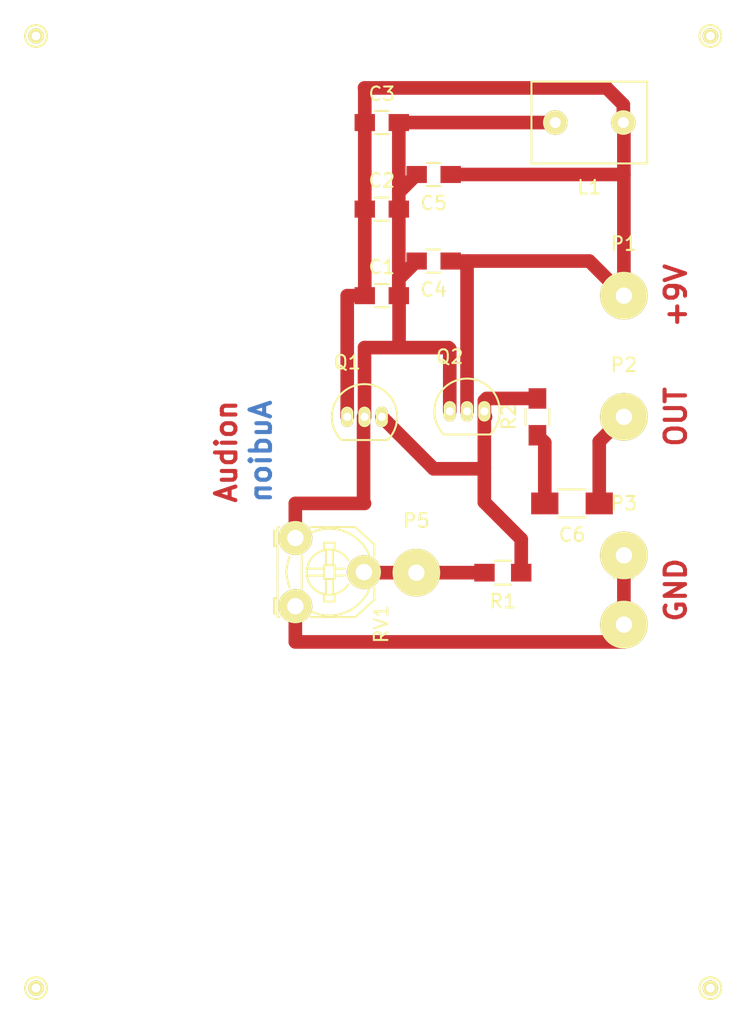
<source format=kicad_pcb>
(kicad_pcb (version 4) (host pcbnew "(after 2015-mar-04 BZR unknown)-product")

  (general
    (links 25)
    (no_connects 0)
    (area 115.335 74.829999 170.415 149.960001)
    (thickness 1.6)
    (drawings 14)
    (tracks 61)
    (zones 0)
    (modules 21)
    (nets 8)
  )

  (page A4)
  (layers
    (0 F.Cu signal)
    (31 B.Cu signal)
    (32 B.Adhes user)
    (33 F.Adhes user)
    (34 B.Paste user)
    (35 F.Paste user)
    (36 B.SilkS user)
    (37 F.SilkS user)
    (38 B.Mask user)
    (39 F.Mask user)
    (40 Dwgs.User user)
    (41 Cmts.User user)
    (42 Eco1.User user)
    (43 Eco2.User user)
    (44 Edge.Cuts user)
    (45 Margin user)
    (46 B.CrtYd user)
    (47 F.CrtYd user)
    (48 B.Fab user)
    (49 F.Fab user)
  )

  (setup
    (last_trace_width 1)
    (trace_clearance 0.2)
    (zone_clearance 2.54)
    (zone_45_only no)
    (trace_min 0.2)
    (segment_width 0.2)
    (edge_width 0.1)
    (via_size 0.6)
    (via_drill 0.4)
    (via_min_size 0.4)
    (via_min_drill 0.3)
    (uvia_size 0.3)
    (uvia_drill 0.1)
    (uvias_allowed no)
    (uvia_min_size 0.2)
    (uvia_min_drill 0.1)
    (pcb_text_width 0.3)
    (pcb_text_size 1.5 1.5)
    (mod_edge_width 0.15)
    (mod_text_size 1 1)
    (mod_text_width 0.15)
    (pad_size 1.5 1.5)
    (pad_drill 0.6)
    (pad_to_mask_clearance 0)
    (aux_axis_origin 0 0)
    (visible_elements 7FFFFFFF)
    (pcbplotparams
      (layerselection 0x00030_80000001)
      (usegerberextensions false)
      (excludeedgelayer true)
      (linewidth 0.100000)
      (plotframeref false)
      (viasonmask false)
      (mode 1)
      (useauxorigin false)
      (hpglpennumber 1)
      (hpglpenspeed 20)
      (hpglpendiameter 15)
      (hpglpenoverlay 2)
      (psnegative false)
      (psa4output false)
      (plotreference true)
      (plotvalue true)
      (plotinvisibletext false)
      (padsonsilk false)
      (subtractmaskfromsilk false)
      (outputformat 1)
      (mirror false)
      (drillshape 1)
      (scaleselection 1)
      (outputdirectory ""))
  )

  (net 0 "")
  (net 1 "Net-(Q1-Pad3)")
  (net 2 "Net-(C1-Pad1)")
  (net 3 "Net-(C1-Pad2)")
  (net 4 "Net-(C6-Pad1)")
  (net 5 "Net-(C6-Pad2)")
  (net 6 "Net-(P3-Pad1)")
  (net 7 "Net-(P5-Pad1)")

  (net_class Default "Dies ist die voreingestellte Netzklasse."
    (clearance 0.2)
    (trace_width 1)
    (via_dia 0.6)
    (via_drill 0.4)
    (uvia_dia 0.3)
    (uvia_drill 0.1)
    (add_net "Net-(C1-Pad1)")
    (add_net "Net-(C1-Pad2)")
    (add_net "Net-(C6-Pad1)")
    (add_net "Net-(C6-Pad2)")
    (add_net "Net-(P3-Pad1)")
    (add_net "Net-(P5-Pad1)")
    (add_net "Net-(Q1-Pad3)")
  )

  (module Connect:PINTST (layer F.Cu) (tedit 5643C2D8) (tstamp 5643C2FF)
    (at 118.11 147.32)
    (descr "module 1 pin (ou trou mecanique de percage)")
    (tags DEV)
    (fp_text reference REF** (at 0 -1.26746) (layer F.SilkS) hide
      (effects (font (size 1 1) (thickness 0.15)))
    )
    (fp_text value PINTST (at 0 1.27) (layer F.Fab) hide
      (effects (font (size 1 1) (thickness 0.15)))
    )
    (fp_circle (center 0 0) (end -0.254 -0.762) (layer F.SilkS) (width 0.15))
    (pad 1 thru_hole circle (at 0 0) (size 1.143 1.143) (drill 0.635) (layers *.Cu *.Mask F.SilkS))
    (model Connect.3dshapes/PINTST.wrl
      (at (xyz 0 0 0))
      (scale (xyz 1 1 1))
      (rotate (xyz 0 0 0))
    )
  )

  (module Connect:PINTST (layer F.Cu) (tedit 5643C2D8) (tstamp 5643C2F4)
    (at 167.64 77.47)
    (descr "module 1 pin (ou trou mecanique de percage)")
    (tags DEV)
    (fp_text reference REF** (at 0 -1.26746) (layer F.SilkS) hide
      (effects (font (size 1 1) (thickness 0.15)))
    )
    (fp_text value PINTST (at 0 1.27) (layer F.Fab) hide
      (effects (font (size 1 1) (thickness 0.15)))
    )
    (fp_circle (center 0 0) (end -0.254 -0.762) (layer F.SilkS) (width 0.15))
    (pad 1 thru_hole circle (at 0 0) (size 1.143 1.143) (drill 0.635) (layers *.Cu *.Mask F.SilkS))
    (model Connect.3dshapes/PINTST.wrl
      (at (xyz 0 0 0))
      (scale (xyz 1 1 1))
      (rotate (xyz 0 0 0))
    )
  )

  (module Connect:PINTST (layer F.Cu) (tedit 5643C2B9) (tstamp 5643C196)
    (at 167.64 147.32)
    (descr "module 1 pin (ou trou mecanique de percage)")
    (tags DEV)
    (fp_text reference REF** (at 0 -1.26746) (layer F.SilkS) hide
      (effects (font (size 1 1) (thickness 0.15)))
    )
    (fp_text value PINTST (at 0 1.27) (layer F.Fab) hide
      (effects (font (size 1 1) (thickness 0.15)))
    )
    (fp_circle (center 0 0) (end -0.254 -0.762) (layer F.SilkS) (width 0.15))
    (pad 1 thru_hole circle (at 0 0) (size 1.143 1.143) (drill 0.635) (layers *.Cu *.Mask F.SilkS))
    (model Connect.3dshapes/PINTST.wrl
      (at (xyz 0 0 0))
      (scale (xyz 1 1 1))
      (rotate (xyz 0 0 0))
    )
  )

  (module Housings_TO-92:TO-92_Inline_Narrow_Oval (layer F.Cu) (tedit 54F24281) (tstamp 564114AB)
    (at 140.97 105.41)
    (descr "TO-92 leads in-line, narrow, oval pads, drill 0.6mm (see NXP sot054_po.pdf)")
    (tags "to-92 sc-43 sc-43a sot54 PA33 transistor")
    (path /564105CA)
    (fp_text reference Q1 (at 0 -4) (layer F.SilkS)
      (effects (font (size 1 1) (thickness 0.15)))
    )
    (fp_text value BC639 (at 0 3) (layer F.Fab)
      (effects (font (size 1 1) (thickness 0.15)))
    )
    (fp_line (start -1.4 1.95) (end -1.4 -2.65) (layer F.CrtYd) (width 0.05))
    (fp_line (start -1.4 1.95) (end 3.95 1.95) (layer F.CrtYd) (width 0.05))
    (fp_line (start -0.43 1.7) (end 2.97 1.7) (layer F.SilkS) (width 0.15))
    (fp_arc (start 1.27 0) (end 1.27 -2.4) (angle -135) (layer F.SilkS) (width 0.15))
    (fp_arc (start 1.27 0) (end 1.27 -2.4) (angle 135) (layer F.SilkS) (width 0.15))
    (fp_line (start -1.4 -2.65) (end 3.95 -2.65) (layer F.CrtYd) (width 0.05))
    (fp_line (start 3.95 1.95) (end 3.95 -2.65) (layer F.CrtYd) (width 0.05))
    (pad 2 thru_hole oval (at 1.27 0 180) (size 0.89916 1.50114) (drill 0.6) (layers *.Cu *.Mask F.SilkS)
      (net 3 "Net-(C1-Pad2)"))
    (pad 3 thru_hole oval (at 2.54 0 180) (size 0.89916 1.50114) (drill 0.6) (layers *.Cu *.Mask F.SilkS)
      (net 1 "Net-(Q1-Pad3)"))
    (pad 1 thru_hole oval (at 0 0 180) (size 0.89916 1.50114) (drill 0.6) (layers *.Cu *.Mask F.SilkS)
      (net 2 "Net-(C1-Pad1)"))
    (model Housings_TO-92.3dshapes/TO-92_Inline_Narrow_Oval.wrl
      (at (xyz 0.05 0 0))
      (scale (xyz 1 1 1))
      (rotate (xyz 0 0 -90))
    )
  )

  (module Housings_TO-92:TO-92_Inline_Narrow_Oval (layer F.Cu) (tedit 54F24281) (tstamp 564114B9)
    (at 148.5011 105.0036)
    (descr "TO-92 leads in-line, narrow, oval pads, drill 0.6mm (see NXP sot054_po.pdf)")
    (tags "to-92 sc-43 sc-43a sot54 PA33 transistor")
    (path /564105F8)
    (fp_text reference Q2 (at 0 -4) (layer F.SilkS)
      (effects (font (size 1 1) (thickness 0.15)))
    )
    (fp_text value BC639 (at 0 3) (layer F.Fab)
      (effects (font (size 1 1) (thickness 0.15)))
    )
    (fp_line (start -1.4 1.95) (end -1.4 -2.65) (layer F.CrtYd) (width 0.05))
    (fp_line (start -1.4 1.95) (end 3.95 1.95) (layer F.CrtYd) (width 0.05))
    (fp_line (start -0.43 1.7) (end 2.97 1.7) (layer F.SilkS) (width 0.15))
    (fp_arc (start 1.27 0) (end 1.27 -2.4) (angle -135) (layer F.SilkS) (width 0.15))
    (fp_arc (start 1.27 0) (end 1.27 -2.4) (angle 135) (layer F.SilkS) (width 0.15))
    (fp_line (start -1.4 -2.65) (end 3.95 -2.65) (layer F.CrtYd) (width 0.05))
    (fp_line (start 3.95 1.95) (end 3.95 -2.65) (layer F.CrtYd) (width 0.05))
    (pad 2 thru_hole oval (at 1.27 0 180) (size 0.89916 1.50114) (drill 0.6) (layers *.Cu *.Mask F.SilkS)
      (net 2 "Net-(C1-Pad1)"))
    (pad 3 thru_hole oval (at 2.54 0 180) (size 0.89916 1.50114) (drill 0.6) (layers *.Cu *.Mask F.SilkS)
      (net 1 "Net-(Q1-Pad3)"))
    (pad 1 thru_hole oval (at 0 0 180) (size 0.89916 1.50114) (drill 0.6) (layers *.Cu *.Mask F.SilkS)
      (net 3 "Net-(C1-Pad2)"))
    (model Housings_TO-92.3dshapes/TO-92_Inline_Narrow_Oval.wrl
      (at (xyz 0.05 0 0))
      (scale (xyz 1 1 1))
      (rotate (xyz 0 0 -90))
    )
  )

  (module Capacitors_SMD:C_0805_HandSoldering (layer F.Cu) (tedit 5643AF1B) (tstamp 56423B60)
    (at 143.51 96.52)
    (descr "Capacitor SMD 0805, hand soldering")
    (tags "capacitor 0805")
    (path /5641226E)
    (attr smd)
    (fp_text reference C1 (at 0 -2.1) (layer F.SilkS)
      (effects (font (size 1 1) (thickness 0.15)))
    )
    (fp_text value C (at 0 2.1) (layer F.Fab) hide
      (effects (font (size 1 1) (thickness 0.15)))
    )
    (fp_line (start -2.3 -1) (end 2.3 -1) (layer F.CrtYd) (width 0.05))
    (fp_line (start -2.3 1) (end 2.3 1) (layer F.CrtYd) (width 0.05))
    (fp_line (start -2.3 -1) (end -2.3 1) (layer F.CrtYd) (width 0.05))
    (fp_line (start 2.3 -1) (end 2.3 1) (layer F.CrtYd) (width 0.05))
    (fp_line (start 0.5 -0.85) (end -0.5 -0.85) (layer F.SilkS) (width 0.15))
    (fp_line (start -0.5 0.85) (end 0.5 0.85) (layer F.SilkS) (width 0.15))
    (pad 1 smd rect (at -1.25 0) (size 1.5 1.25) (layers F.Cu F.Paste F.Mask)
      (net 2 "Net-(C1-Pad1)"))
    (pad 2 smd rect (at 1.25 0) (size 1.5 1.25) (layers F.Cu F.Paste F.Mask)
      (net 3 "Net-(C1-Pad2)"))
    (model Capacitors_SMD.3dshapes/C_0805_HandSoldering.wrl
      (at (xyz 0 0 0))
      (scale (xyz 1 1 1))
      (rotate (xyz 0 0 0))
    )
  )

  (module Capacitors_SMD:C_0805_HandSoldering (layer F.Cu) (tedit 5643AF10) (tstamp 56423B6C)
    (at 143.51 90.17)
    (descr "Capacitor SMD 0805, hand soldering")
    (tags "capacitor 0805")
    (path /56412232)
    (attr smd)
    (fp_text reference C2 (at 0 -2.1) (layer F.SilkS)
      (effects (font (size 1 1) (thickness 0.15)))
    )
    (fp_text value C (at 0 2.1) (layer F.Fab) hide
      (effects (font (size 1 1) (thickness 0.15)))
    )
    (fp_line (start -2.3 -1) (end 2.3 -1) (layer F.CrtYd) (width 0.05))
    (fp_line (start -2.3 1) (end 2.3 1) (layer F.CrtYd) (width 0.05))
    (fp_line (start -2.3 -1) (end -2.3 1) (layer F.CrtYd) (width 0.05))
    (fp_line (start 2.3 -1) (end 2.3 1) (layer F.CrtYd) (width 0.05))
    (fp_line (start 0.5 -0.85) (end -0.5 -0.85) (layer F.SilkS) (width 0.15))
    (fp_line (start -0.5 0.85) (end 0.5 0.85) (layer F.SilkS) (width 0.15))
    (pad 1 smd rect (at -1.25 0) (size 1.5 1.25) (layers F.Cu F.Paste F.Mask)
      (net 2 "Net-(C1-Pad1)"))
    (pad 2 smd rect (at 1.25 0) (size 1.5 1.25) (layers F.Cu F.Paste F.Mask)
      (net 3 "Net-(C1-Pad2)"))
    (model Capacitors_SMD.3dshapes/C_0805_HandSoldering.wrl
      (at (xyz 0 0 0))
      (scale (xyz 1 1 1))
      (rotate (xyz 0 0 0))
    )
  )

  (module Capacitors_SMD:C_0805_HandSoldering (layer F.Cu) (tedit 5643AF06) (tstamp 56423B78)
    (at 143.51 83.82)
    (descr "Capacitor SMD 0805, hand soldering")
    (tags "capacitor 0805")
    (path /564121E3)
    (attr smd)
    (fp_text reference C3 (at 0 -2.1) (layer F.SilkS)
      (effects (font (size 1 1) (thickness 0.15)))
    )
    (fp_text value C (at 0 2.1) (layer F.Fab) hide
      (effects (font (size 1 1) (thickness 0.15)))
    )
    (fp_line (start -2.3 -1) (end 2.3 -1) (layer F.CrtYd) (width 0.05))
    (fp_line (start -2.3 1) (end 2.3 1) (layer F.CrtYd) (width 0.05))
    (fp_line (start -2.3 -1) (end -2.3 1) (layer F.CrtYd) (width 0.05))
    (fp_line (start 2.3 -1) (end 2.3 1) (layer F.CrtYd) (width 0.05))
    (fp_line (start 0.5 -0.85) (end -0.5 -0.85) (layer F.SilkS) (width 0.15))
    (fp_line (start -0.5 0.85) (end 0.5 0.85) (layer F.SilkS) (width 0.15))
    (pad 1 smd rect (at -1.25 0) (size 1.5 1.25) (layers F.Cu F.Paste F.Mask)
      (net 2 "Net-(C1-Pad1)"))
    (pad 2 smd rect (at 1.25 0) (size 1.5 1.25) (layers F.Cu F.Paste F.Mask)
      (net 3 "Net-(C1-Pad2)"))
    (model Capacitors_SMD.3dshapes/C_0805_HandSoldering.wrl
      (at (xyz 0 0 0))
      (scale (xyz 1 1 1))
      (rotate (xyz 0 0 0))
    )
  )

  (module Capacitors_SMD:C_0805_HandSoldering (layer F.Cu) (tedit 5643AF31) (tstamp 56423B84)
    (at 147.32 93.98 180)
    (descr "Capacitor SMD 0805, hand soldering")
    (tags "capacitor 0805")
    (path /56412199)
    (attr smd)
    (fp_text reference C4 (at 0 -2.1 180) (layer F.SilkS)
      (effects (font (size 1 1) (thickness 0.15)))
    )
    (fp_text value C (at 0 2.1 180) (layer F.Fab) hide
      (effects (font (size 1 1) (thickness 0.15)))
    )
    (fp_line (start -2.3 -1) (end 2.3 -1) (layer F.CrtYd) (width 0.05))
    (fp_line (start -2.3 1) (end 2.3 1) (layer F.CrtYd) (width 0.05))
    (fp_line (start -2.3 -1) (end -2.3 1) (layer F.CrtYd) (width 0.05))
    (fp_line (start 2.3 -1) (end 2.3 1) (layer F.CrtYd) (width 0.05))
    (fp_line (start 0.5 -0.85) (end -0.5 -0.85) (layer F.SilkS) (width 0.15))
    (fp_line (start -0.5 0.85) (end 0.5 0.85) (layer F.SilkS) (width 0.15))
    (pad 1 smd rect (at -1.25 0 180) (size 1.5 1.25) (layers F.Cu F.Paste F.Mask)
      (net 2 "Net-(C1-Pad1)"))
    (pad 2 smd rect (at 1.25 0 180) (size 1.5 1.25) (layers F.Cu F.Paste F.Mask)
      (net 3 "Net-(C1-Pad2)"))
    (model Capacitors_SMD.3dshapes/C_0805_HandSoldering.wrl
      (at (xyz 0 0 0))
      (scale (xyz 1 1 1))
      (rotate (xyz 0 0 0))
    )
  )

  (module Capacitors_SMD:C_0805_HandSoldering (layer F.Cu) (tedit 5643AF25) (tstamp 56423B90)
    (at 147.32 87.63 180)
    (descr "Capacitor SMD 0805, hand soldering")
    (tags "capacitor 0805")
    (path /56411F4C)
    (attr smd)
    (fp_text reference C5 (at 0 -2.1 180) (layer F.SilkS)
      (effects (font (size 1 1) (thickness 0.15)))
    )
    (fp_text value C (at 0 2.1 180) (layer F.Fab) hide
      (effects (font (size 1 1) (thickness 0.15)))
    )
    (fp_line (start -2.3 -1) (end 2.3 -1) (layer F.CrtYd) (width 0.05))
    (fp_line (start -2.3 1) (end 2.3 1) (layer F.CrtYd) (width 0.05))
    (fp_line (start -2.3 -1) (end -2.3 1) (layer F.CrtYd) (width 0.05))
    (fp_line (start 2.3 -1) (end 2.3 1) (layer F.CrtYd) (width 0.05))
    (fp_line (start 0.5 -0.85) (end -0.5 -0.85) (layer F.SilkS) (width 0.15))
    (fp_line (start -0.5 0.85) (end 0.5 0.85) (layer F.SilkS) (width 0.15))
    (pad 1 smd rect (at -1.25 0 180) (size 1.5 1.25) (layers F.Cu F.Paste F.Mask)
      (net 2 "Net-(C1-Pad1)"))
    (pad 2 smd rect (at 1.25 0 180) (size 1.5 1.25) (layers F.Cu F.Paste F.Mask)
      (net 3 "Net-(C1-Pad2)"))
    (model Capacitors_SMD.3dshapes/C_0805_HandSoldering.wrl
      (at (xyz 0 0 0))
      (scale (xyz 1 1 1))
      (rotate (xyz 0 0 0))
    )
  )

  (module Capacitors_SMD:C_1206_HandSoldering (layer F.Cu) (tedit 5643AEC4) (tstamp 56423B9C)
    (at 157.48 111.76 180)
    (descr "Capacitor SMD 1206, hand soldering")
    (tags "capacitor 1206")
    (path /56411EF8)
    (attr smd)
    (fp_text reference C6 (at 0 -2.3 180) (layer F.SilkS)
      (effects (font (size 1 1) (thickness 0.15)))
    )
    (fp_text value 100nF (at -6.35 0 180) (layer F.Fab)
      (effects (font (size 1 1) (thickness 0.15)))
    )
    (fp_line (start -3.3 -1.15) (end 3.3 -1.15) (layer F.CrtYd) (width 0.05))
    (fp_line (start -3.3 1.15) (end 3.3 1.15) (layer F.CrtYd) (width 0.05))
    (fp_line (start -3.3 -1.15) (end -3.3 1.15) (layer F.CrtYd) (width 0.05))
    (fp_line (start 3.3 -1.15) (end 3.3 1.15) (layer F.CrtYd) (width 0.05))
    (fp_line (start 1 -1.025) (end -1 -1.025) (layer F.SilkS) (width 0.15))
    (fp_line (start -1 1.025) (end 1 1.025) (layer F.SilkS) (width 0.15))
    (pad 1 smd rect (at -2 0 180) (size 2 1.6) (layers F.Cu F.Paste F.Mask)
      (net 4 "Net-(C6-Pad1)"))
    (pad 2 smd rect (at 2 0 180) (size 2 1.6) (layers F.Cu F.Paste F.Mask)
      (net 5 "Net-(C6-Pad2)"))
    (model Capacitors_SMD.3dshapes/C_1206_HandSoldering.wrl
      (at (xyz 0 0 0))
      (scale (xyz 1 1 1))
      (rotate (xyz 0 0 0))
    )
  )

  (module Inductors_NEOSID:Neosid_Inductor_MA-Bs75 (layer F.Cu) (tedit 0) (tstamp 56423BA6)
    (at 158.75 83.82 180)
    (descr "Neosid, Inductor, Bs75, Festinduktivitaet, Through hole, magneticaly shielded,")
    (tags "Neosid, Inductor, Bs75, Festinduktivitaet, Through hole, magneticaly shielded,")
    (path /5641229F)
    (fp_text reference L1 (at 0 -4.7498 180) (layer F.SilkS)
      (effects (font (size 1 1) (thickness 0.15)))
    )
    (fp_text value INDUCTOR (at 0 5.00126 180) (layer F.Fab)
      (effects (font (size 1 1) (thickness 0.15)))
    )
    (fp_line (start 4.24942 -2.99974) (end -4.24942 -2.99974) (layer F.SilkS) (width 0.15))
    (fp_line (start -4.24942 -2.99974) (end -4.24942 2.99974) (layer F.SilkS) (width 0.15))
    (fp_line (start -4.24942 2.99974) (end 4.24942 2.99974) (layer F.SilkS) (width 0.15))
    (fp_line (start 4.24942 2.99974) (end 4.24942 -2.99974) (layer F.SilkS) (width 0.15))
    (pad 1 thru_hole circle (at -2.49936 0) (size 1.80086 1.80086) (drill 0.8001) (layers *.Cu *.Mask F.SilkS)
      (net 2 "Net-(C1-Pad1)"))
    (pad 2 thru_hole circle (at 2.49936 0) (size 1.80086 1.80086) (drill 0.8001) (layers *.Cu *.Mask F.SilkS)
      (net 3 "Net-(C1-Pad2)"))
  )

  (module Wire_Pads:SolderWirePad_single_1-2mmDrill (layer F.Cu) (tedit 0) (tstamp 56423BAB)
    (at 161.29 96.52)
    (path /564134C5)
    (fp_text reference P1 (at 0 -3.81) (layer F.SilkS)
      (effects (font (size 1 1) (thickness 0.15)))
    )
    (fp_text value CONN_1 (at -1.905 3.175) (layer F.Fab)
      (effects (font (size 1 1) (thickness 0.15)))
    )
    (pad 1 thru_hole circle (at 0 0) (size 3.50012 3.50012) (drill 1.19888) (layers *.Cu *.Mask F.SilkS)
      (net 2 "Net-(C1-Pad1)"))
  )

  (module Wire_Pads:SolderWirePad_single_1-2mmDrill (layer F.Cu) (tedit 5643AEE3) (tstamp 56423BB0)
    (at 161.29 105.41)
    (path /564139B3)
    (fp_text reference P2 (at 0 -3.81) (layer F.SilkS)
      (effects (font (size 1 1) (thickness 0.15)))
    )
    (fp_text value CONN_1 (at -1.905 3.175) (layer F.Fab) hide
      (effects (font (size 1 1) (thickness 0.15)))
    )
    (pad 1 thru_hole circle (at 0 0) (size 3.50012 3.50012) (drill 1.19888) (layers *.Cu *.Mask F.SilkS)
      (net 4 "Net-(C6-Pad1)"))
  )

  (module Wire_Pads:SolderWirePad_single_1-2mmDrill (layer F.Cu) (tedit 0) (tstamp 56423BB5)
    (at 161.29 115.57)
    (path /56413983)
    (fp_text reference P3 (at 0 -3.81) (layer F.SilkS)
      (effects (font (size 1 1) (thickness 0.15)))
    )
    (fp_text value CONN_1 (at -1.905 3.175) (layer F.Fab)
      (effects (font (size 1 1) (thickness 0.15)))
    )
    (pad 1 thru_hole circle (at 0 0) (size 3.50012 3.50012) (drill 1.19888) (layers *.Cu *.Mask F.SilkS)
      (net 6 "Net-(P3-Pad1)"))
  )

  (module Wire_Pads:SolderWirePad_single_1-2mmDrill (layer F.Cu) (tedit 0) (tstamp 56423BBA)
    (at 161.29 120.65)
    (path /56413952)
    (fp_text reference P4 (at 0 -3.81) (layer F.SilkS)
      (effects (font (size 1 1) (thickness 0.15)))
    )
    (fp_text value CONN_1 (at -1.905 3.175) (layer F.Fab)
      (effects (font (size 1 1) (thickness 0.15)))
    )
    (pad 1 thru_hole circle (at 0 0) (size 3.50012 3.50012) (drill 1.19888) (layers *.Cu *.Mask F.SilkS)
      (net 6 "Net-(P3-Pad1)"))
  )

  (module Resistors_SMD:R_0805_HandSoldering (layer F.Cu) (tedit 54189DEE) (tstamp 56423BC6)
    (at 152.4 116.84 180)
    (descr "Resistor SMD 0805, hand soldering")
    (tags "resistor 0805")
    (path /56411EA8)
    (attr smd)
    (fp_text reference R1 (at 0 -2.1 180) (layer F.SilkS)
      (effects (font (size 1 1) (thickness 0.15)))
    )
    (fp_text value 220k (at 0 2.1 180) (layer F.Fab)
      (effects (font (size 1 1) (thickness 0.15)))
    )
    (fp_line (start -2.4 -1) (end 2.4 -1) (layer F.CrtYd) (width 0.05))
    (fp_line (start -2.4 1) (end 2.4 1) (layer F.CrtYd) (width 0.05))
    (fp_line (start -2.4 -1) (end -2.4 1) (layer F.CrtYd) (width 0.05))
    (fp_line (start 2.4 -1) (end 2.4 1) (layer F.CrtYd) (width 0.05))
    (fp_line (start 0.6 0.875) (end -0.6 0.875) (layer F.SilkS) (width 0.15))
    (fp_line (start -0.6 -0.875) (end 0.6 -0.875) (layer F.SilkS) (width 0.15))
    (pad 1 smd rect (at -1.35 0 180) (size 1.5 1.3) (layers F.Cu F.Paste F.Mask)
      (net 1 "Net-(Q1-Pad3)"))
    (pad 2 smd rect (at 1.35 0 180) (size 1.5 1.3) (layers F.Cu F.Paste F.Mask)
      (net 7 "Net-(P5-Pad1)"))
    (model Resistors_SMD.3dshapes/R_0805_HandSoldering.wrl
      (at (xyz 0 0 0))
      (scale (xyz 1 1 1))
      (rotate (xyz 0 0 0))
    )
  )

  (module Resistors_SMD:R_0805_HandSoldering (layer F.Cu) (tedit 54189DEE) (tstamp 56423BD2)
    (at 154.94 105.41 90)
    (descr "Resistor SMD 0805, hand soldering")
    (tags "resistor 0805")
    (path /56411ECF)
    (attr smd)
    (fp_text reference R2 (at 0 -2.1 90) (layer F.SilkS)
      (effects (font (size 1 1) (thickness 0.15)))
    )
    (fp_text value 4k7 (at 0 2.1 90) (layer F.Fab)
      (effects (font (size 1 1) (thickness 0.15)))
    )
    (fp_line (start -2.4 -1) (end 2.4 -1) (layer F.CrtYd) (width 0.05))
    (fp_line (start -2.4 1) (end 2.4 1) (layer F.CrtYd) (width 0.05))
    (fp_line (start -2.4 -1) (end -2.4 1) (layer F.CrtYd) (width 0.05))
    (fp_line (start 2.4 -1) (end 2.4 1) (layer F.CrtYd) (width 0.05))
    (fp_line (start 0.6 0.875) (end -0.6 0.875) (layer F.SilkS) (width 0.15))
    (fp_line (start -0.6 -0.875) (end 0.6 -0.875) (layer F.SilkS) (width 0.15))
    (pad 1 smd rect (at -1.35 0 90) (size 1.5 1.3) (layers F.Cu F.Paste F.Mask)
      (net 5 "Net-(C6-Pad2)"))
    (pad 2 smd rect (at 1.35 0 90) (size 1.5 1.3) (layers F.Cu F.Paste F.Mask)
      (net 1 "Net-(Q1-Pad3)"))
    (model Resistors_SMD.3dshapes/R_0805_HandSoldering.wrl
      (at (xyz 0 0 0))
      (scale (xyz 1 1 1))
      (rotate (xyz 0 0 0))
    )
  )

  (module Potentiometers:Potentiometer_Triwood_RM-065 (layer F.Cu) (tedit 53FABC1B) (tstamp 56423C07)
    (at 137.16 114.3 270)
    (descr "Potentiometer, Trimmer, RM-065")
    (tags "Potentiometer, Trimmer, RM-065")
    (path /564126E5)
    (fp_text reference RV1 (at 6.30936 -6.30936 270) (layer F.SilkS)
      (effects (font (size 1 1) (thickness 0.15)))
    )
    (fp_text value POT (at 2.49936 2.58064 270) (layer F.Fab)
      (effects (font (size 1 1) (thickness 0.15)))
    )
    (fp_line (start 2.24536 -2.88036) (end 2.24536 -3.64236) (layer F.SilkS) (width 0.15))
    (fp_line (start 2.75336 -2.88036) (end 2.75336 -3.64236) (layer F.SilkS) (width 0.15))
    (fp_arc (start 2.49936 -2.49936) (end 4.15036 -2.24536) (angle 90) (layer F.SilkS) (width 0.15))
    (fp_arc (start 2.49936 -2.49936) (end 2.62636 -0.84836) (angle 90) (layer F.SilkS) (width 0.15))
    (fp_arc (start 2.49936 -2.49936) (end 3.38836 -3.89636) (angle 90) (layer F.SilkS) (width 0.15))
    (fp_arc (start 2.49936 -2.49936) (end 1.10236 -1.61036) (angle 90) (layer F.SilkS) (width 0.15))
    (fp_line (start -0.80264 1.31064) (end -0.80264 1.18364) (layer F.SilkS) (width 0.15))
    (fp_line (start -0.80264 -2.49936) (end -0.80264 -1.10236) (layer F.SilkS) (width 0.15))
    (fp_line (start 5.80136 1.31064) (end 5.80136 1.18364) (layer F.SilkS) (width 0.15))
    (fp_line (start 5.80136 -2.49936) (end 5.80136 -1.10236) (layer F.SilkS) (width 0.15))
    (fp_line (start 1.35636 0.42164) (end 1.73736 0.54864) (layer F.SilkS) (width 0.15))
    (fp_line (start 1.73736 0.54864) (end 2.49936 0.67564) (layer F.SilkS) (width 0.15))
    (fp_line (start 2.49936 0.67564) (end 3.26136 0.54864) (layer F.SilkS) (width 0.15))
    (fp_line (start 3.26136 0.54864) (end 3.64236 0.42164) (layer F.SilkS) (width 0.15))
    (fp_line (start 1.22936 -0.46736) (end 3.76936 -0.46736) (layer F.SilkS) (width 0.15))
    (fp_arc (start 2.49936 -2.49936) (end 3.76936 -5.42036) (angle 90) (layer F.SilkS) (width 0.15))
    (fp_arc (start 2.49936 -2.49936) (end -0.42164 -1.22936) (angle 90) (layer F.SilkS) (width 0.15))
    (fp_line (start 4.53136 -5.80136) (end 3.64236 -5.80136) (layer F.SilkS) (width 0.15))
    (fp_line (start 1.35636 -5.80136) (end 0.46736 -5.80136) (layer F.SilkS) (width 0.15))
    (fp_line (start 4.15036 -2.88036) (end 4.65836 -2.88036) (layer F.SilkS) (width 0.15))
    (fp_line (start 4.65836 -2.88036) (end 4.65836 -2.11836) (layer F.SilkS) (width 0.15))
    (fp_line (start 4.65836 -2.11836) (end 4.15036 -2.11836) (layer F.SilkS) (width 0.15))
    (fp_line (start 0.84836 -2.88036) (end 0.34036 -2.88036) (layer F.SilkS) (width 0.15))
    (fp_line (start 0.34036 -2.88036) (end 0.34036 -2.11836) (layer F.SilkS) (width 0.15))
    (fp_line (start 0.34036 -2.11836) (end 0.84836 -2.11836) (layer F.SilkS) (width 0.15))
    (fp_line (start 3.00736 -2.24536) (end 4.15036 -2.24536) (layer F.SilkS) (width 0.15))
    (fp_line (start 3.00736 -2.75336) (end 4.15036 -2.75336) (layer F.SilkS) (width 0.15))
    (fp_line (start 1.99136 -2.24536) (end 0.84836 -2.24536) (layer F.SilkS) (width 0.15))
    (fp_line (start 1.99136 -2.75336) (end 0.84836 -2.75336) (layer F.SilkS) (width 0.15))
    (fp_line (start 2.75336 -2.11836) (end 2.75336 -0.84836) (layer F.SilkS) (width 0.15))
    (fp_line (start 2.24536 -2.11836) (end 2.24536 -0.84836) (layer F.SilkS) (width 0.15))
    (fp_line (start 1.99136 -2.88036) (end 1.99136 -2.11836) (layer F.SilkS) (width 0.15))
    (fp_line (start 1.99136 -2.11836) (end 3.00736 -2.11836) (layer F.SilkS) (width 0.15))
    (fp_line (start 3.00736 -2.11836) (end 3.00736 -2.88036) (layer F.SilkS) (width 0.15))
    (fp_line (start 3.00736 -2.88036) (end 1.99136 -2.88036) (layer F.SilkS) (width 0.15))
    (fp_line (start 0.46736 -5.80136) (end -0.80264 -4.40436) (layer F.SilkS) (width 0.15))
    (fp_line (start -0.80264 -4.40436) (end -0.80264 -2.49936) (layer F.SilkS) (width 0.15))
    (fp_line (start 4.53136 -5.80136) (end 5.80136 -4.40436) (layer F.SilkS) (width 0.15))
    (fp_line (start 5.80136 -4.40436) (end 5.80136 -2.49936) (layer F.SilkS) (width 0.15))
    (fp_line (start 5.54736 1.31064) (end 5.54736 1.56464) (layer F.SilkS) (width 0.15))
    (fp_line (start 5.54736 1.56464) (end 4.40436 1.56464) (layer F.SilkS) (width 0.15))
    (fp_line (start 4.40436 1.56464) (end 4.40436 1.31064) (layer F.SilkS) (width 0.15))
    (fp_line (start -0.54864 1.31064) (end -0.54864 1.56464) (layer F.SilkS) (width 0.15))
    (fp_line (start -0.54864 1.56464) (end 0.59436 1.56464) (layer F.SilkS) (width 0.15))
    (fp_line (start 0.59436 1.56464) (end 0.59436 1.31064) (layer F.SilkS) (width 0.15))
    (fp_line (start -0.80264 1.31064) (end 5.80136 1.31064) (layer F.SilkS) (width 0.15))
    (pad 2 thru_hole circle (at 2.49936 -5.03936 270) (size 2.49936 2.49936) (drill 1.19888) (layers *.Cu *.Mask F.SilkS)
      (net 7 "Net-(P5-Pad1)"))
    (pad 3 thru_hole circle (at 4.99872 0 270) (size 2.49936 2.49936) (drill 1.19888) (layers *.Cu *.Mask F.SilkS)
      (net 6 "Net-(P3-Pad1)"))
    (pad 1 thru_hole circle (at 0 0 270) (size 2.49936 2.49936) (drill 1.19888) (layers *.Cu *.Mask F.SilkS)
      (net 3 "Net-(C1-Pad2)"))
    (model Potentiometers.3dshapes/Potentiometer_Triwood_RM-065.wrl
      (at (xyz 0 0 0))
      (scale (xyz 4 4 4))
      (rotate (xyz 0 0 0))
    )
  )

  (module Wire_Pads:SolderWirePad_single_1-2mmDrill (layer F.Cu) (tedit 0) (tstamp 56426EAF)
    (at 146.05 116.84)
    (path /56426F4D)
    (fp_text reference P5 (at 0 -3.81) (layer F.SilkS)
      (effects (font (size 1 1) (thickness 0.15)))
    )
    (fp_text value CONN_1 (at -1.905 3.175) (layer F.Fab)
      (effects (font (size 1 1) (thickness 0.15)))
    )
    (pad 1 thru_hole circle (at 0 0) (size 3.50012 3.50012) (drill 1.19888) (layers *.Cu *.Mask F.SilkS)
      (net 7 "Net-(P5-Pad1)"))
  )

  (module Connect:PINTST (layer F.Cu) (tedit 5643C2D8) (tstamp 5643BF39)
    (at 118.11 77.47)
    (descr "module 1 pin (ou trou mecanique de percage)")
    (tags DEV)
    (fp_text reference REF** (at 0 -1.26746) (layer F.SilkS) hide
      (effects (font (size 1 1) (thickness 0.15)))
    )
    (fp_text value PINTST (at 0 1.27) (layer F.Fab) hide
      (effects (font (size 1 1) (thickness 0.15)))
    )
    (fp_circle (center 0 0) (end -0.254 -0.762) (layer F.SilkS) (width 0.15))
    (pad 1 thru_hole circle (at 0 0) (size 1.143 1.143) (drill 0.635) (layers *.Cu *.Mask F.SilkS))
    (model Connect.3dshapes/PINTST.wrl
      (at (xyz 0 0 0))
      (scale (xyz 1 1 1))
      (rotate (xyz 0 0 0))
    )
  )

  (gr_line (start 115.57 74.93) (end 120.65 74.93) (angle 90) (layer Eco1.User) (width 0.2))
  (gr_line (start 115.57 149.86) (end 115.57 74.93) (angle 90) (layer Eco1.User) (width 0.2))
  (gr_line (start 170.18 149.86) (end 115.57 149.86) (angle 90) (layer Eco1.User) (width 0.2))
  (gr_line (start 170.18 74.93) (end 170.18 149.86) (angle 90) (layer Eco1.User) (width 0.2))
  (gr_line (start 129.54 74.93) (end 120.65 74.93) (angle 90) (layer Eco1.User) (width 0.2))
  (gr_line (start 168.91 74.93) (end 170.18 74.93) (angle 90) (layer Eco1.User) (width 0.2))
  (gr_text Audion (at 134.62 107.95 90) (layer B.Cu)
    (effects (font (size 1.5 1.5) (thickness 0.3)) (justify mirror))
  )
  (gr_text Audion (at 132.08 107.95 90) (layer F.Cu)
    (effects (font (size 1.5 1.5) (thickness 0.3)))
  )
  (gr_text +9V (at 165.1 96.52 90) (layer F.Cu)
    (effects (font (size 1.5 1.5) (thickness 0.3)))
  )
  (gr_text GND (at 165.1 118.11 90) (layer F.Cu)
    (effects (font (size 1.5 1.5) (thickness 0.3)))
  )
  (gr_text OUT (at 165.1 105.41 90) (layer F.Cu)
    (effects (font (size 1.5 1.5) (thickness 0.3)))
  )
  (gr_line (start 130.81 74.93) (end 129.54 74.93) (angle 90) (layer Eco1.User) (width 0.2))
  (gr_line (start 137.16 74.93) (end 130.81 74.93) (angle 90) (layer Eco1.User) (width 0.2))
  (gr_line (start 168.91 74.93) (end 137.16 74.93) (angle 90) (layer Eco1.User) (width 0.2))

  (segment (start 151.0411 109.1311) (end 151.0411 111.6711) (width 1) (layer F.Cu) (net 1))
  (segment (start 153.75 114.38) (end 153.75 116.84) (width 1) (layer F.Cu) (net 1) (tstamp 56426D22))
  (segment (start 151.0411 111.6711) (end 153.75 114.38) (width 1) (layer F.Cu) (net 1) (tstamp 56426D21))
  (segment (start 151.0411 105.0036) (end 151.0411 109.1311) (width 1) (layer F.Cu) (net 1))
  (segment (start 147.32 109.22) (end 143.51 105.41) (width 1) (layer F.Cu) (net 1) (tstamp 56426CAD))
  (segment (start 150.9522 109.22) (end 147.32 109.22) (width 1) (layer F.Cu) (net 1) (tstamp 56426CAA))
  (segment (start 151.0411 109.1311) (end 150.9522 109.22) (width 1) (layer F.Cu) (net 1) (tstamp 56426CA8))
  (segment (start 151.0411 105.0036) (end 151.0411 104.2289) (width 1) (layer F.Cu) (net 1))
  (segment (start 151.21 104.06) (end 154.94 104.06) (width 1) (layer F.Cu) (net 1) (tstamp 56426C87))
  (segment (start 151.0411 104.2289) (end 151.21 104.06) (width 1) (layer F.Cu) (net 1) (tstamp 56426C84))
  (segment (start 151.05 105.49) (end 151.13 105.41) (width 1) (layer F.Cu) (net 1) (tstamp 564241EF))
  (segment (start 149.7711 105.0036) (end 149.7711 93.98) (width 1) (layer F.Cu) (net 2))
  (segment (start 149.7711 93.98) (end 149.86 93.98) (width 1) (layer F.Cu) (net 2) (tstamp 5642705B))
  (segment (start 140.97 105.41) (end 140.97 96.52) (width 1) (layer F.Cu) (net 2))
  (segment (start 140.97 96.52) (end 142.26 96.52) (width 1) (layer F.Cu) (net 2) (tstamp 56427052))
  (segment (start 142.26 90.17) (end 142.26 96.52) (width 1) (layer F.Cu) (net 2))
  (segment (start 142.26 83.82) (end 142.26 90.17) (width 1) (layer F.Cu) (net 2))
  (segment (start 161.24936 83.82) (end 161.24936 82.50936) (width 1) (layer F.Cu) (net 2))
  (segment (start 142.26 81.3) (end 142.26 83.82) (width 1) (layer F.Cu) (net 2) (tstamp 5642703F))
  (segment (start 142.24 81.28) (end 142.26 81.3) (width 1) (layer F.Cu) (net 2) (tstamp 5642703E))
  (segment (start 160.02 81.28) (end 142.24 81.28) (width 1) (layer F.Cu) (net 2) (tstamp 56427035))
  (segment (start 161.24936 82.50936) (end 160.02 81.28) (width 1) (layer F.Cu) (net 2) (tstamp 56427034))
  (segment (start 148.57 87.63) (end 161.29 87.63) (width 1) (layer F.Cu) (net 2))
  (segment (start 148.57 93.98) (end 149.86 93.98) (width 1) (layer F.Cu) (net 2))
  (segment (start 149.86 93.98) (end 158.75 93.98) (width 1) (layer F.Cu) (net 2) (tstamp 56427060))
  (segment (start 158.75 93.98) (end 161.29 96.52) (width 1) (layer F.Cu) (net 2) (tstamp 56427029))
  (segment (start 161.29 96.52) (end 161.29 87.63) (width 1) (layer F.Cu) (net 2))
  (segment (start 161.29 87.63) (end 161.29 83.86064) (width 1) (layer F.Cu) (net 2) (tstamp 56427032))
  (segment (start 161.29 83.86064) (end 161.24936 83.82) (width 1) (layer F.Cu) (net 2) (tstamp 56427024))
  (segment (start 144.76 96.52) (end 144.76 95.29) (width 1) (layer F.Cu) (net 3))
  (segment (start 144.76 95.29) (end 146.07 93.98) (width 1) (layer F.Cu) (net 3) (tstamp 56427014))
  (segment (start 144.76 88.9) (end 144.8 88.9) (width 1) (layer F.Cu) (net 3))
  (segment (start 144.8 88.9) (end 146.07 87.63) (width 1) (layer F.Cu) (net 3) (tstamp 5642700B))
  (segment (start 156.25064 83.82) (end 144.76 83.82) (width 1) (layer F.Cu) (net 3))
  (segment (start 148.5011 100.4189) (end 148.4122 100.33) (width 1) (layer F.Cu) (net 3) (tstamp 56424261))
  (segment (start 144.78 100.33) (end 142.24 100.33) (width 1) (layer F.Cu) (net 3) (tstamp 56424273))
  (segment (start 148.4122 100.33) (end 144.78 100.33) (width 1) (layer F.Cu) (net 3) (tstamp 56424268))
  (segment (start 142.24 100.33) (end 142.24 105.41) (width 1) (layer F.Cu) (net 3) (tstamp 5642426B))
  (segment (start 148.5011 105.0036) (end 148.5011 100.4189) (width 1) (layer F.Cu) (net 3))
  (segment (start 144.78 96.54) (end 144.76 96.52) (width 1) (layer F.Cu) (net 3) (tstamp 56424275))
  (segment (start 144.78 100.33) (end 144.78 96.54) (width 1) (layer F.Cu) (net 3))
  (segment (start 144.76 96.52) (end 144.76 90.17) (width 1) (layer F.Cu) (net 3))
  (segment (start 144.76 90.17) (end 144.76 88.9) (width 1) (layer F.Cu) (net 3))
  (segment (start 144.76 88.9) (end 144.76 83.82) (width 1) (layer F.Cu) (net 3) (tstamp 56427009))
  (segment (start 142.170002 105.41) (end 142.24 105.41) (width 1) (layer F.Cu) (net 3) (tstamp 56426B6F))
  (segment (start 137.16 111.76) (end 142.24 111.76) (width 1) (layer F.Cu) (net 3) (tstamp 56426B66))
  (segment (start 142.24 111.76) (end 142.170002 111.690002) (width 1) (layer F.Cu) (net 3) (tstamp 56426B68))
  (segment (start 142.170002 111.690002) (end 142.170002 105.41) (width 1) (layer F.Cu) (net 3) (tstamp 56426B6B))
  (segment (start 137.16 114.3) (end 137.16 111.76) (width 1) (layer F.Cu) (net 3))
  (segment (start 159.48 111.76) (end 159.48 107.22) (width 1) (layer F.Cu) (net 4))
  (segment (start 159.48 107.22) (end 161.29 105.41) (width 1) (layer F.Cu) (net 4) (tstamp 56426C6D))
  (segment (start 155.48 111.76) (end 155.48 107.3) (width 1) (layer F.Cu) (net 5))
  (segment (start 155.48 107.3) (end 154.94 106.76) (width 1) (layer F.Cu) (net 5) (tstamp 56426C72))
  (segment (start 161.29 121.92) (end 161.29 120.65) (width 1) (layer F.Cu) (net 6) (tstamp 56426B50))
  (segment (start 137.16 121.92) (end 161.29 121.92) (width 1) (layer F.Cu) (net 6) (tstamp 56426B4B))
  (segment (start 137.16 119.29872) (end 137.16 121.92) (width 1) (layer F.Cu) (net 6))
  (segment (start 161.29 120.65) (end 161.29 115.57) (width 1) (layer F.Cu) (net 6))
  (segment (start 146.05 116.84) (end 142.24 116.84) (width 1) (layer F.Cu) (net 7))
  (segment (start 142.24 116.84) (end 142.19936 116.79936) (width 1) (layer F.Cu) (net 7) (tstamp 564270B9))
  (segment (start 151.05 116.84) (end 146.05 116.84) (width 1) (layer F.Cu) (net 7))
  (segment (start 142.24 116.84) (end 142.19936 116.79936) (width 1) (layer F.Cu) (net 7) (tstamp 56426D96))

  (zone (net 6) (net_name "Net-(P3-Pad1)") (layer F.Cu) (tstamp 564464C1) (hatch edge 0.508)
    (connect_pads (clearance 2.54))
    (min_thickness 2.52)
    (fill yes (arc_segments 16) (thermal_gap 2.54) (thermal_bridge_width 2.54))
    (polygon
      (pts
        (xy 115.57 74.93) (xy 170.18 74.93) (xy 170.18 149.86) (xy 115.57 149.86)
      )
    )
  )
  (zone (net 6) (net_name "Net-(P3-Pad1)") (layer B.Cu) (tstamp 564465B6) (hatch edge 0.508)
    (connect_pads (clearance 2.54))
    (min_thickness 2.52)
    (fill (arc_segments 16) (thermal_gap 2.54) (thermal_bridge_width 2.54))
    (polygon
      (pts
        (xy 170.18 149.86) (xy 115.57 149.86) (xy 115.57 74.93) (xy 170.18 74.93)
      )
    )
  )
)

</source>
